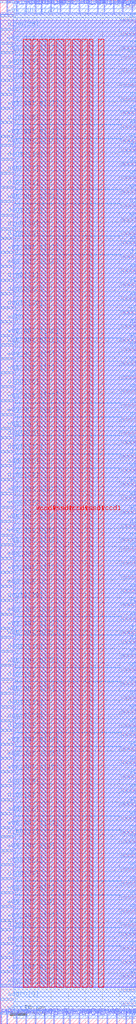
<source format=lef>
VERSION 5.7 ;
  NOWIREEXTENSIONATPIN ON ;
  DIVIDERCHAR "/" ;
  BUSBITCHARS "[]" ;
MACRO wb_openram_wrapper
  CLASS BLOCK ;
  FOREIGN wb_openram_wrapper ;
  ORIGIN 0.000 0.000 ;
  SIZE 40.000 BY 300.000 ;
  PIN addr0[0]
    DIRECTION OUTPUT TRISTATE ;
    USE SIGNAL ;
    PORT
      LAYER met3 ;
        RECT 0.000 6.840 4.000 7.440 ;
    END
  END addr0[0]
  PIN addr0[1]
    DIRECTION OUTPUT TRISTATE ;
    USE SIGNAL ;
    PORT
      LAYER met3 ;
        RECT 0.000 248.920 4.000 249.520 ;
    END
  END addr0[1]
  PIN addr0[2]
    DIRECTION OUTPUT TRISTATE ;
    USE SIGNAL ;
    PORT
      LAYER met3 ;
        RECT 0.000 61.240 4.000 61.840 ;
    END
  END addr0[2]
  PIN addr0[3]
    DIRECTION OUTPUT TRISTATE ;
    USE SIGNAL ;
    PORT
      LAYER met3 ;
        RECT 0.000 280.200 4.000 280.800 ;
    END
  END addr0[3]
  PIN addr0[4]
    DIRECTION OUTPUT TRISTATE ;
    USE SIGNAL ;
    PORT
      LAYER met3 ;
        RECT 36.000 293.800 40.000 294.400 ;
    END
  END addr0[4]
  PIN addr0[5]
    DIRECTION OUTPUT TRISTATE ;
    USE SIGNAL ;
    PORT
      LAYER met2 ;
        RECT 38.730 296.000 39.010 300.000 ;
    END
  END addr0[5]
  PIN addr0[6]
    DIRECTION OUTPUT TRISTATE ;
    USE SIGNAL ;
    PORT
      LAYER met3 ;
        RECT 0.000 163.240 4.000 163.840 ;
    END
  END addr0[6]
  PIN addr0[7]
    DIRECTION OUTPUT TRISTATE ;
    USE SIGNAL ;
    PORT
      LAYER met3 ;
        RECT 36.000 25.880 40.000 26.480 ;
    END
  END addr0[7]
  PIN clk0
    DIRECTION OUTPUT TRISTATE ;
    USE SIGNAL ;
    PORT
      LAYER met2 ;
        RECT 14.810 296.000 15.090 300.000 ;
    END
  END clk0
  PIN csb0
    DIRECTION OUTPUT TRISTATE ;
    USE SIGNAL ;
    PORT
      LAYER met3 ;
        RECT 36.000 55.800 40.000 56.400 ;
    END
  END csb0
  PIN din0[0]
    DIRECTION INPUT ;
    USE SIGNAL ;
    PORT
      LAYER met2 ;
        RECT 28.610 0.000 28.890 4.000 ;
    END
  END din0[0]
  PIN din0[10]
    DIRECTION INPUT ;
    USE SIGNAL ;
    PORT
      LAYER met3 ;
        RECT 36.000 84.360 40.000 84.960 ;
    END
  END din0[10]
  PIN din0[11]
    DIRECTION INPUT ;
    USE SIGNAL ;
    PORT
      LAYER met3 ;
        RECT 0.000 54.440 4.000 55.040 ;
    END
  END din0[11]
  PIN din0[12]
    DIRECTION INPUT ;
    USE SIGNAL ;
    PORT
      LAYER met3 ;
        RECT 36.000 224.440 40.000 225.040 ;
    END
  END din0[12]
  PIN din0[13]
    DIRECTION INPUT ;
    USE SIGNAL ;
    PORT
      LAYER met2 ;
        RECT 10.210 0.000 10.490 4.000 ;
    END
  END din0[13]
  PIN din0[14]
    DIRECTION INPUT ;
    USE SIGNAL ;
    PORT
      LAYER met3 ;
        RECT 0.000 276.120 4.000 276.720 ;
    END
  END din0[14]
  PIN din0[15]
    DIRECTION INPUT ;
    USE SIGNAL ;
    PORT
      LAYER met3 ;
        RECT 0.000 229.880 4.000 230.480 ;
    END
  END din0[15]
  PIN din0[16]
    DIRECTION INPUT ;
    USE SIGNAL ;
    PORT
      LAYER met3 ;
        RECT 0.000 186.360 4.000 186.960 ;
    END
  END din0[16]
  PIN din0[17]
    DIRECTION INPUT ;
    USE SIGNAL ;
    PORT
      LAYER met2 ;
        RECT 28.610 296.000 28.890 300.000 ;
    END
  END din0[17]
  PIN din0[18]
    DIRECTION INPUT ;
    USE SIGNAL ;
    PORT
      LAYER met3 ;
        RECT 0.000 263.880 4.000 264.480 ;
    END
  END din0[18]
  PIN din0[19]
    DIRECTION INPUT ;
    USE SIGNAL ;
    PORT
      LAYER met3 ;
        RECT 36.000 239.400 40.000 240.000 ;
    END
  END din0[19]
  PIN din0[1]
    DIRECTION INPUT ;
    USE SIGNAL ;
    PORT
      LAYER met3 ;
        RECT 0.000 85.720 4.000 86.320 ;
    END
  END din0[1]
  PIN din0[20]
    DIRECTION INPUT ;
    USE SIGNAL ;
    PORT
      LAYER met3 ;
        RECT 36.000 145.560 40.000 146.160 ;
    END
  END din0[20]
  PIN din0[21]
    DIRECTION INPUT ;
    USE SIGNAL ;
    PORT
      LAYER met3 ;
        RECT 0.000 244.840 4.000 245.440 ;
    END
  END din0[21]
  PIN din0[22]
    DIRECTION INPUT ;
    USE SIGNAL ;
    PORT
      LAYER met3 ;
        RECT 36.000 165.960 40.000 166.560 ;
    END
  END din0[22]
  PIN din0[23]
    DIRECTION INPUT ;
    USE SIGNAL ;
    PORT
      LAYER met3 ;
        RECT 36.000 28.600 40.000 29.200 ;
    END
  END din0[23]
  PIN din0[24]
    DIRECTION INPUT ;
    USE SIGNAL ;
    PORT
      LAYER met3 ;
        RECT 0.000 159.160 4.000 159.760 ;
    END
  END din0[24]
  PIN din0[25]
    DIRECTION INPUT ;
    USE SIGNAL ;
    PORT
      LAYER met3 ;
        RECT 36.000 285.640 40.000 286.240 ;
    END
  END din0[25]
  PIN din0[26]
    DIRECTION INPUT ;
    USE SIGNAL ;
    PORT
      LAYER met3 ;
        RECT 0.000 291.080 4.000 291.680 ;
    END
  END din0[26]
  PIN din0[27]
    DIRECTION INPUT ;
    USE SIGNAL ;
    PORT
      LAYER met3 ;
        RECT 0.000 42.200 4.000 42.800 ;
    END
  END din0[27]
  PIN din0[28]
    DIRECTION INPUT ;
    USE SIGNAL ;
    PORT
      LAYER met3 ;
        RECT 36.000 270.680 40.000 271.280 ;
    END
  END din0[28]
  PIN din0[29]
    DIRECTION INPUT ;
    USE SIGNAL ;
    PORT
      LAYER met3 ;
        RECT 36.000 114.280 40.000 114.880 ;
    END
  END din0[29]
  PIN din0[2]
    DIRECTION INPUT ;
    USE SIGNAL ;
    PORT
      LAYER met3 ;
        RECT 36.000 111.560 40.000 112.160 ;
    END
  END din0[2]
  PIN din0[30]
    DIRECTION INPUT ;
    USE SIGNAL ;
    PORT
      LAYER met3 ;
        RECT 0.000 232.600 4.000 233.200 ;
    END
  END din0[30]
  PIN din0[31]
    DIRECTION INPUT ;
    USE SIGNAL ;
    PORT
      LAYER met3 ;
        RECT 0.000 217.640 4.000 218.240 ;
    END
  END din0[31]
  PIN din0[3]
    DIRECTION INPUT ;
    USE SIGNAL ;
    PORT
      LAYER met3 ;
        RECT 0.000 65.320 4.000 65.920 ;
    END
  END din0[3]
  PIN din0[4]
    DIRECTION INPUT ;
    USE SIGNAL ;
    PORT
      LAYER met3 ;
        RECT 0.000 27.240 4.000 27.840 ;
    END
  END din0[4]
  PIN din0[5]
    DIRECTION INPUT ;
    USE SIGNAL ;
    PORT
      LAYER met3 ;
        RECT 36.000 141.480 40.000 142.080 ;
    END
  END din0[5]
  PIN din0[6]
    DIRECTION INPUT ;
    USE SIGNAL ;
    PORT
      LAYER met3 ;
        RECT 0.000 100.680 4.000 101.280 ;
    END
  END din0[6]
  PIN din0[7]
    DIRECTION INPUT ;
    USE SIGNAL ;
    PORT
      LAYER met3 ;
        RECT 36.000 172.760 40.000 173.360 ;
    END
  END din0[7]
  PIN din0[8]
    DIRECTION INPUT ;
    USE SIGNAL ;
    PORT
      LAYER met2 ;
        RECT 12.050 296.000 12.330 300.000 ;
    END
  END din0[8]
  PIN din0[9]
    DIRECTION INPUT ;
    USE SIGNAL ;
    PORT
      LAYER met2 ;
        RECT 10.210 296.000 10.490 300.000 ;
    END
  END din0[9]
  PIN dout0[0]
    DIRECTION OUTPUT TRISTATE ;
    USE SIGNAL ;
    PORT
      LAYER met3 ;
        RECT 36.000 278.840 40.000 279.440 ;
    END
  END dout0[0]
  PIN dout0[10]
    DIRECTION OUTPUT TRISTATE ;
    USE SIGNAL ;
    PORT
      LAYER met2 ;
        RECT 35.970 296.000 36.250 300.000 ;
    END
  END dout0[10]
  PIN dout0[11]
    DIRECTION OUTPUT TRISTATE ;
    USE SIGNAL ;
    PORT
      LAYER met3 ;
        RECT 0.000 92.520 4.000 93.120 ;
    END
  END dout0[11]
  PIN dout0[12]
    DIRECTION OUTPUT TRISTATE ;
    USE SIGNAL ;
    PORT
      LAYER met3 ;
        RECT 0.000 167.320 4.000 167.920 ;
    END
  END dout0[12]
  PIN dout0[13]
    DIRECTION OUTPUT TRISTATE ;
    USE SIGNAL ;
    PORT
      LAYER met3 ;
        RECT 36.000 251.640 40.000 252.240 ;
    END
  END dout0[13]
  PIN dout0[14]
    DIRECTION OUTPUT TRISTATE ;
    USE SIGNAL ;
    PORT
      LAYER met3 ;
        RECT 0.000 108.840 4.000 109.440 ;
    END
  END dout0[14]
  PIN dout0[15]
    DIRECTION OUTPUT TRISTATE ;
    USE SIGNAL ;
    PORT
      LAYER met3 ;
        RECT 36.000 204.040 40.000 204.640 ;
    END
  END dout0[15]
  PIN dout0[16]
    DIRECTION OUTPUT TRISTATE ;
    USE SIGNAL ;
    PORT
      LAYER met2 ;
        RECT 20.330 0.000 20.610 4.000 ;
    END
  END dout0[16]
  PIN dout0[17]
    DIRECTION OUTPUT TRISTATE ;
    USE SIGNAL ;
    PORT
      LAYER met3 ;
        RECT 36.000 95.240 40.000 95.840 ;
    END
  END dout0[17]
  PIN dout0[18]
    DIRECTION OUTPUT TRISTATE ;
    USE SIGNAL ;
    PORT
      LAYER met2 ;
        RECT 38.730 0.000 39.010 4.000 ;
    END
  END dout0[18]
  PIN dout0[19]
    DIRECTION OUTPUT TRISTATE ;
    USE SIGNAL ;
    PORT
      LAYER met3 ;
        RECT 0.000 253.000 4.000 253.600 ;
    END
  END dout0[19]
  PIN dout0[1]
    DIRECTION OUTPUT TRISTATE ;
    USE SIGNAL ;
    PORT
      LAYER met2 ;
        RECT 36.890 0.000 37.170 4.000 ;
    END
  END dout0[1]
  PIN dout0[20]
    DIRECTION OUTPUT TRISTATE ;
    USE SIGNAL ;
    PORT
      LAYER met3 ;
        RECT 36.000 53.080 40.000 53.680 ;
    END
  END dout0[20]
  PIN dout0[21]
    DIRECTION OUTPUT TRISTATE ;
    USE SIGNAL ;
    PORT
      LAYER met3 ;
        RECT 36.000 176.840 40.000 177.440 ;
    END
  END dout0[21]
  PIN dout0[22]
    DIRECTION OUTPUT TRISTATE ;
    USE SIGNAL ;
    PORT
      LAYER met3 ;
        RECT 36.000 274.760 40.000 275.360 ;
    END
  END dout0[22]
  PIN dout0[23]
    DIRECTION OUTPUT TRISTATE ;
    USE SIGNAL ;
    PORT
      LAYER met3 ;
        RECT 0.000 213.560 4.000 214.160 ;
    END
  END dout0[23]
  PIN dout0[24]
    DIRECTION OUTPUT TRISTATE ;
    USE SIGNAL ;
    PORT
      LAYER met3 ;
        RECT 36.000 197.240 40.000 197.840 ;
    END
  END dout0[24]
  PIN dout0[25]
    DIRECTION OUTPUT TRISTATE ;
    USE SIGNAL ;
    PORT
      LAYER met3 ;
        RECT 36.000 76.200 40.000 76.800 ;
    END
  END dout0[25]
  PIN dout0[26]
    DIRECTION OUTPUT TRISTATE ;
    USE SIGNAL ;
    PORT
      LAYER met3 ;
        RECT 0.000 209.480 4.000 210.080 ;
    END
  END dout0[26]
  PIN dout0[27]
    DIRECTION OUTPUT TRISTATE ;
    USE SIGNAL ;
    PORT
      LAYER met3 ;
        RECT 0.000 88.440 4.000 89.040 ;
    END
  END dout0[27]
  PIN dout0[28]
    DIRECTION OUTPUT TRISTATE ;
    USE SIGNAL ;
    PORT
      LAYER met3 ;
        RECT 0.000 123.800 4.000 124.400 ;
    END
  END dout0[28]
  PIN dout0[29]
    DIRECTION OUTPUT TRISTATE ;
    USE SIGNAL ;
    PORT
      LAYER met2 ;
        RECT 25.850 296.000 26.130 300.000 ;
    END
  END dout0[29]
  PIN dout0[2]
    DIRECTION OUTPUT TRISTATE ;
    USE SIGNAL ;
    PORT
      LAYER met2 ;
        RECT 30.450 296.000 30.730 300.000 ;
    END
  END dout0[2]
  PIN dout0[30]
    DIRECTION OUTPUT TRISTATE ;
    USE SIGNAL ;
    PORT
      LAYER met3 ;
        RECT 0.000 236.680 4.000 237.280 ;
    END
  END dout0[30]
  PIN dout0[31]
    DIRECTION OUTPUT TRISTATE ;
    USE SIGNAL ;
    PORT
      LAYER met3 ;
        RECT 36.000 21.800 40.000 22.400 ;
    END
  END dout0[31]
  PIN dout0[3]
    DIRECTION OUTPUT TRISTATE ;
    USE SIGNAL ;
    PORT
      LAYER met3 ;
        RECT 0.000 272.040 4.000 272.640 ;
    END
  END dout0[3]
  PIN dout0[4]
    DIRECTION OUTPUT TRISTATE ;
    USE SIGNAL ;
    PORT
      LAYER met2 ;
        RECT 20.330 296.000 20.610 300.000 ;
    END
  END dout0[4]
  PIN dout0[5]
    DIRECTION OUTPUT TRISTATE ;
    USE SIGNAL ;
    PORT
      LAYER met3 ;
        RECT 36.000 255.720 40.000 256.320 ;
    END
  END dout0[5]
  PIN dout0[6]
    DIRECTION OUTPUT TRISTATE ;
    USE SIGNAL ;
    PORT
      LAYER met2 ;
        RECT 34.130 0.000 34.410 4.000 ;
    END
  END dout0[6]
  PIN dout0[7]
    DIRECTION OUTPUT TRISTATE ;
    USE SIGNAL ;
    PORT
      LAYER met3 ;
        RECT 0.000 23.160 4.000 23.760 ;
    END
  END dout0[7]
  PIN dout0[8]
    DIRECTION OUTPUT TRISTATE ;
    USE SIGNAL ;
    PORT
      LAYER met3 ;
        RECT 0.000 171.400 4.000 172.000 ;
    END
  END dout0[8]
  PIN dout0[9]
    DIRECTION OUTPUT TRISTATE ;
    USE SIGNAL ;
    PORT
      LAYER met3 ;
        RECT 0.000 69.400 4.000 70.000 ;
    END
  END dout0[9]
  PIN vccd1
    DIRECTION INPUT ;
    USE POWER ;
    PORT
      LAYER met4 ;
        RECT 9.545 10.640 11.145 288.560 ;
    END
    PORT
      LAYER met4 ;
        RECT 19.195 10.640 20.795 288.560 ;
    END
    PORT
      LAYER met4 ;
        RECT 28.850 10.640 30.450 288.560 ;
    END
  END vccd1
  PIN vssd1
    DIRECTION INPUT ;
    USE GROUND ;
    PORT
      LAYER met4 ;
        RECT 14.370 10.640 15.970 288.560 ;
    END
    PORT
      LAYER met4 ;
        RECT 24.025 10.640 25.625 288.560 ;
    END
  END vssd1
  PIN wb_clk_i
    DIRECTION INPUT ;
    USE SIGNAL ;
    PORT
      LAYER met3 ;
        RECT 0.000 2.760 4.000 3.360 ;
    END
  END wb_clk_i
  PIN wb_rst_i
    DIRECTION INPUT ;
    USE SIGNAL ;
    PORT
      LAYER met3 ;
        RECT 36.000 153.720 40.000 154.320 ;
    END
  END wb_rst_i
  PIN wbs_ack_o
    DIRECTION OUTPUT TRISTATE ;
    USE SIGNAL ;
    PORT
      LAYER met3 ;
        RECT 0.000 127.880 4.000 128.480 ;
    END
  END wbs_ack_o
  PIN wbs_adr_i[0]
    DIRECTION INPUT ;
    USE SIGNAL ;
    PORT
      LAYER met3 ;
        RECT 0.000 96.600 4.000 97.200 ;
    END
  END wbs_adr_i[0]
  PIN wbs_adr_i[10]
    DIRECTION INPUT ;
    USE SIGNAL ;
    PORT
      LAYER met3 ;
        RECT 36.000 262.520 40.000 263.120 ;
    END
  END wbs_adr_i[10]
  PIN wbs_adr_i[11]
    DIRECTION INPUT ;
    USE SIGNAL ;
    PORT
      LAYER met3 ;
        RECT 36.000 59.880 40.000 60.480 ;
    END
  END wbs_adr_i[11]
  PIN wbs_adr_i[12]
    DIRECTION INPUT ;
    USE SIGNAL ;
    PORT
      LAYER met3 ;
        RECT 0.000 221.720 4.000 222.320 ;
    END
  END wbs_adr_i[12]
  PIN wbs_adr_i[13]
    DIRECTION INPUT ;
    USE SIGNAL ;
    PORT
      LAYER met3 ;
        RECT 36.000 80.280 40.000 80.880 ;
    END
  END wbs_adr_i[13]
  PIN wbs_adr_i[14]
    DIRECTION INPUT ;
    USE SIGNAL ;
    PORT
      LAYER met3 ;
        RECT 0.000 57.160 4.000 57.760 ;
    END
  END wbs_adr_i[14]
  PIN wbs_adr_i[15]
    DIRECTION INPUT ;
    USE SIGNAL ;
    PORT
      LAYER met3 ;
        RECT 36.000 212.200 40.000 212.800 ;
    END
  END wbs_adr_i[15]
  PIN wbs_adr_i[16]
    DIRECTION INPUT ;
    USE SIGNAL ;
    PORT
      LAYER met3 ;
        RECT 0.000 201.320 4.000 201.920 ;
    END
  END wbs_adr_i[16]
  PIN wbs_adr_i[17]
    DIRECTION INPUT ;
    USE SIGNAL ;
    PORT
      LAYER met2 ;
        RECT 4.690 0.000 4.970 4.000 ;
    END
  END wbs_adr_i[17]
  PIN wbs_adr_i[18]
    DIRECTION INPUT ;
    USE SIGNAL ;
    PORT
      LAYER met3 ;
        RECT 36.000 1.400 40.000 2.000 ;
    END
  END wbs_adr_i[18]
  PIN wbs_adr_i[19]
    DIRECTION INPUT ;
    USE SIGNAL ;
    PORT
      LAYER met3 ;
        RECT 36.000 130.600 40.000 131.200 ;
    END
  END wbs_adr_i[19]
  PIN wbs_adr_i[1]
    DIRECTION INPUT ;
    USE SIGNAL ;
    PORT
      LAYER met3 ;
        RECT 36.000 126.520 40.000 127.120 ;
    END
  END wbs_adr_i[1]
  PIN wbs_adr_i[20]
    DIRECTION INPUT ;
    USE SIGNAL ;
    PORT
      LAYER met3 ;
        RECT 36.000 9.560 40.000 10.160 ;
    END
  END wbs_adr_i[20]
  PIN wbs_adr_i[21]
    DIRECTION INPUT ;
    USE SIGNAL ;
    PORT
      LAYER met3 ;
        RECT 0.000 29.960 4.000 30.560 ;
    END
  END wbs_adr_i[21]
  PIN wbs_adr_i[22]
    DIRECTION INPUT ;
    USE SIGNAL ;
    PORT
      LAYER met3 ;
        RECT 36.000 91.160 40.000 91.760 ;
    END
  END wbs_adr_i[22]
  PIN wbs_adr_i[23]
    DIRECTION INPUT ;
    USE SIGNAL ;
    PORT
      LAYER met3 ;
        RECT 0.000 115.640 4.000 116.240 ;
    END
  END wbs_adr_i[23]
  PIN wbs_adr_i[24]
    DIRECTION INPUT ;
    USE SIGNAL ;
    PORT
      LAYER met3 ;
        RECT 36.000 216.280 40.000 216.880 ;
    END
  END wbs_adr_i[24]
  PIN wbs_adr_i[25]
    DIRECTION INPUT ;
    USE SIGNAL ;
    PORT
      LAYER met3 ;
        RECT 0.000 178.200 4.000 178.800 ;
    END
  END wbs_adr_i[25]
  PIN wbs_adr_i[26]
    DIRECTION INPUT ;
    USE SIGNAL ;
    PORT
      LAYER met2 ;
        RECT 23.090 296.000 23.370 300.000 ;
    END
  END wbs_adr_i[26]
  PIN wbs_adr_i[27]
    DIRECTION INPUT ;
    USE SIGNAL ;
    PORT
      LAYER met3 ;
        RECT 0.000 295.160 4.000 295.760 ;
    END
  END wbs_adr_i[27]
  PIN wbs_adr_i[28]
    DIRECTION INPUT ;
    USE SIGNAL ;
    PORT
      LAYER met3 ;
        RECT 36.000 87.080 40.000 87.680 ;
    END
  END wbs_adr_i[28]
  PIN wbs_adr_i[29]
    DIRECTION INPUT ;
    USE SIGNAL ;
    PORT
      LAYER met3 ;
        RECT 36.000 289.720 40.000 290.320 ;
    END
  END wbs_adr_i[29]
  PIN wbs_adr_i[2]
    DIRECTION INPUT ;
    USE SIGNAL ;
    PORT
      LAYER met3 ;
        RECT 0.000 10.920 4.000 11.520 ;
    END
  END wbs_adr_i[2]
  PIN wbs_adr_i[30]
    DIRECTION INPUT ;
    USE SIGNAL ;
    PORT
      LAYER met3 ;
        RECT 0.000 146.920 4.000 147.520 ;
    END
  END wbs_adr_i[30]
  PIN wbs_adr_i[31]
    DIRECTION INPUT ;
    USE SIGNAL ;
    PORT
      LAYER met3 ;
        RECT 0.000 240.760 4.000 241.360 ;
    END
  END wbs_adr_i[31]
  PIN wbs_adr_i[3]
    DIRECTION INPUT ;
    USE SIGNAL ;
    PORT
      LAYER met3 ;
        RECT 36.000 138.760 40.000 139.360 ;
    END
  END wbs_adr_i[3]
  PIN wbs_adr_i[4]
    DIRECTION INPUT ;
    USE SIGNAL ;
    PORT
      LAYER met3 ;
        RECT 36.000 185.000 40.000 185.600 ;
    END
  END wbs_adr_i[4]
  PIN wbs_adr_i[5]
    DIRECTION INPUT ;
    USE SIGNAL ;
    PORT
      LAYER met3 ;
        RECT 0.000 194.520 4.000 195.120 ;
    END
  END wbs_adr_i[5]
  PIN wbs_adr_i[6]
    DIRECTION INPUT ;
    USE SIGNAL ;
    PORT
      LAYER met3 ;
        RECT 36.000 220.360 40.000 220.960 ;
    END
  END wbs_adr_i[6]
  PIN wbs_adr_i[7]
    DIRECTION INPUT ;
    USE SIGNAL ;
    PORT
      LAYER met3 ;
        RECT 36.000 122.440 40.000 123.040 ;
    END
  END wbs_adr_i[7]
  PIN wbs_adr_i[8]
    DIRECTION INPUT ;
    USE SIGNAL ;
    PORT
      LAYER met3 ;
        RECT 0.000 19.080 4.000 19.680 ;
    END
  END wbs_adr_i[8]
  PIN wbs_adr_i[9]
    DIRECTION INPUT ;
    USE SIGNAL ;
    PORT
      LAYER met3 ;
        RECT 36.000 228.520 40.000 229.120 ;
    END
  END wbs_adr_i[9]
  PIN wbs_cyc_i
    DIRECTION INPUT ;
    USE SIGNAL ;
    PORT
      LAYER met3 ;
        RECT 36.000 36.760 40.000 37.360 ;
    END
  END wbs_cyc_i
  PIN wbs_dat_i[0]
    DIRECTION INPUT ;
    USE SIGNAL ;
    PORT
      LAYER met3 ;
        RECT 0.000 50.360 4.000 50.960 ;
    END
  END wbs_dat_i[0]
  PIN wbs_dat_i[10]
    DIRECTION INPUT ;
    USE SIGNAL ;
    PORT
      LAYER met3 ;
        RECT 0.000 257.080 4.000 257.680 ;
    END
  END wbs_dat_i[10]
  PIN wbs_dat_i[11]
    DIRECTION INPUT ;
    USE SIGNAL ;
    PORT
      LAYER met3 ;
        RECT 36.000 72.120 40.000 72.720 ;
    END
  END wbs_dat_i[11]
  PIN wbs_dat_i[12]
    DIRECTION INPUT ;
    USE SIGNAL ;
    PORT
      LAYER met3 ;
        RECT 36.000 107.480 40.000 108.080 ;
    END
  END wbs_dat_i[12]
  PIN wbs_dat_i[13]
    DIRECTION INPUT ;
    USE SIGNAL ;
    PORT
      LAYER met3 ;
        RECT 0.000 131.960 4.000 132.560 ;
    END
  END wbs_dat_i[13]
  PIN wbs_dat_i[14]
    DIRECTION INPUT ;
    USE SIGNAL ;
    PORT
      LAYER met3 ;
        RECT 36.000 193.160 40.000 193.760 ;
    END
  END wbs_dat_i[14]
  PIN wbs_dat_i[15]
    DIRECTION INPUT ;
    USE SIGNAL ;
    PORT
      LAYER met3 ;
        RECT 0.000 73.480 4.000 74.080 ;
    END
  END wbs_dat_i[15]
  PIN wbs_dat_i[16]
    DIRECTION INPUT ;
    USE SIGNAL ;
    PORT
      LAYER met3 ;
        RECT 0.000 287.000 4.000 287.600 ;
    END
  END wbs_dat_i[16]
  PIN wbs_dat_i[17]
    DIRECTION INPUT ;
    USE SIGNAL ;
    PORT
      LAYER met3 ;
        RECT 0.000 284.280 4.000 284.880 ;
    END
  END wbs_dat_i[17]
  PIN wbs_dat_i[18]
    DIRECTION INPUT ;
    USE SIGNAL ;
    PORT
      LAYER met3 ;
        RECT 0.000 140.120 4.000 140.720 ;
    END
  END wbs_dat_i[18]
  PIN wbs_dat_i[19]
    DIRECTION INPUT ;
    USE SIGNAL ;
    PORT
      LAYER met2 ;
        RECT 18.490 0.000 18.770 4.000 ;
    END
  END wbs_dat_i[19]
  PIN wbs_dat_i[1]
    DIRECTION INPUT ;
    USE SIGNAL ;
    PORT
      LAYER met3 ;
        RECT 36.000 149.640 40.000 150.240 ;
    END
  END wbs_dat_i[1]
  PIN wbs_dat_i[20]
    DIRECTION INPUT ;
    USE SIGNAL ;
    PORT
      LAYER met3 ;
        RECT 36.000 17.720 40.000 18.320 ;
    END
  END wbs_dat_i[20]
  PIN wbs_dat_i[21]
    DIRECTION INPUT ;
    USE SIGNAL ;
    PORT
      LAYER met3 ;
        RECT 36.000 266.600 40.000 267.200 ;
    END
  END wbs_dat_i[21]
  PIN wbs_dat_i[22]
    DIRECTION INPUT ;
    USE SIGNAL ;
    PORT
      LAYER met3 ;
        RECT 36.000 231.240 40.000 231.840 ;
    END
  END wbs_dat_i[22]
  PIN wbs_dat_i[23]
    DIRECTION INPUT ;
    USE SIGNAL ;
    PORT
      LAYER met3 ;
        RECT 0.000 77.560 4.000 78.160 ;
    END
  END wbs_dat_i[23]
  PIN wbs_dat_i[24]
    DIRECTION INPUT ;
    USE SIGNAL ;
    PORT
      LAYER met2 ;
        RECT 12.970 0.000 13.250 4.000 ;
    END
  END wbs_dat_i[24]
  PIN wbs_dat_i[25]
    DIRECTION INPUT ;
    USE SIGNAL ;
    PORT
      LAYER met3 ;
        RECT 36.000 170.040 40.000 170.640 ;
    END
  END wbs_dat_i[25]
  PIN wbs_dat_i[26]
    DIRECTION INPUT ;
    USE SIGNAL ;
    PORT
      LAYER met3 ;
        RECT 0.000 155.080 4.000 155.680 ;
    END
  END wbs_dat_i[26]
  PIN wbs_dat_i[27]
    DIRECTION INPUT ;
    USE SIGNAL ;
    PORT
      LAYER met3 ;
        RECT 0.000 225.800 4.000 226.400 ;
    END
  END wbs_dat_i[27]
  PIN wbs_dat_i[28]
    DIRECTION INPUT ;
    USE SIGNAL ;
    PORT
      LAYER met3 ;
        RECT 36.000 199.960 40.000 200.560 ;
    END
  END wbs_dat_i[28]
  PIN wbs_dat_i[29]
    DIRECTION INPUT ;
    USE SIGNAL ;
    PORT
      LAYER met3 ;
        RECT 0.000 182.280 4.000 182.880 ;
    END
  END wbs_dat_i[29]
  PIN wbs_dat_i[2]
    DIRECTION INPUT ;
    USE SIGNAL ;
    PORT
      LAYER met3 ;
        RECT 36.000 40.840 40.000 41.440 ;
    END
  END wbs_dat_i[2]
  PIN wbs_dat_i[30]
    DIRECTION INPUT ;
    USE SIGNAL ;
    PORT
      LAYER met3 ;
        RECT 36.000 258.440 40.000 259.040 ;
    END
  END wbs_dat_i[30]
  PIN wbs_dat_i[31]
    DIRECTION INPUT ;
    USE SIGNAL ;
    PORT
      LAYER met2 ;
        RECT 7.450 296.000 7.730 300.000 ;
    END
  END wbs_dat_i[31]
  PIN wbs_dat_i[3]
    DIRECTION INPUT ;
    USE SIGNAL ;
    PORT
      LAYER met2 ;
        RECT 31.370 0.000 31.650 4.000 ;
    END
  END wbs_dat_i[3]
  PIN wbs_dat_i[4]
    DIRECTION INPUT ;
    USE SIGNAL ;
    PORT
      LAYER met3 ;
        RECT 36.000 180.920 40.000 181.520 ;
    END
  END wbs_dat_i[4]
  PIN wbs_dat_i[5]
    DIRECTION INPUT ;
    USE SIGNAL ;
    PORT
      LAYER met3 ;
        RECT 36.000 63.960 40.000 64.560 ;
    END
  END wbs_dat_i[5]
  PIN wbs_dat_i[6]
    DIRECTION INPUT ;
    USE SIGNAL ;
    PORT
      LAYER met3 ;
        RECT 36.000 134.680 40.000 135.280 ;
    END
  END wbs_dat_i[6]
  PIN wbs_dat_i[7]
    DIRECTION INPUT ;
    USE SIGNAL ;
    PORT
      LAYER met3 ;
        RECT 0.000 190.440 4.000 191.040 ;
    END
  END wbs_dat_i[7]
  PIN wbs_dat_i[8]
    DIRECTION INPUT ;
    USE SIGNAL ;
    PORT
      LAYER met3 ;
        RECT 36.000 99.320 40.000 99.920 ;
    END
  END wbs_dat_i[8]
  PIN wbs_dat_i[9]
    DIRECTION INPUT ;
    USE SIGNAL ;
    PORT
      LAYER met2 ;
        RECT 15.730 0.000 16.010 4.000 ;
    END
  END wbs_dat_i[9]
  PIN wbs_dat_o[0]
    DIRECTION OUTPUT TRISTATE ;
    USE SIGNAL ;
    PORT
      LAYER met3 ;
        RECT 36.000 13.640 40.000 14.240 ;
    END
  END wbs_dat_o[0]
  PIN wbs_dat_o[10]
    DIRECTION OUTPUT TRISTATE ;
    USE SIGNAL ;
    PORT
      LAYER met3 ;
        RECT 36.000 161.880 40.000 162.480 ;
    END
  END wbs_dat_o[10]
  PIN wbs_dat_o[11]
    DIRECTION OUTPUT TRISTATE ;
    USE SIGNAL ;
    PORT
      LAYER met3 ;
        RECT 36.000 282.920 40.000 283.520 ;
    END
  END wbs_dat_o[11]
  PIN wbs_dat_o[12]
    DIRECTION OUTPUT TRISTATE ;
    USE SIGNAL ;
    PORT
      LAYER met3 ;
        RECT 36.000 235.320 40.000 235.920 ;
    END
  END wbs_dat_o[12]
  PIN wbs_dat_o[13]
    DIRECTION OUTPUT TRISTATE ;
    USE SIGNAL ;
    PORT
      LAYER met3 ;
        RECT 36.000 103.400 40.000 104.000 ;
    END
  END wbs_dat_o[13]
  PIN wbs_dat_o[14]
    DIRECTION OUTPUT TRISTATE ;
    USE SIGNAL ;
    PORT
      LAYER met3 ;
        RECT 0.000 81.640 4.000 82.240 ;
    END
  END wbs_dat_o[14]
  PIN wbs_dat_o[15]
    DIRECTION OUTPUT TRISTATE ;
    USE SIGNAL ;
    PORT
      LAYER met3 ;
        RECT 36.000 189.080 40.000 189.680 ;
    END
  END wbs_dat_o[15]
  PIN wbs_dat_o[16]
    DIRECTION OUTPUT TRISTATE ;
    USE SIGNAL ;
    PORT
      LAYER met2 ;
        RECT 1.930 0.000 2.210 4.000 ;
    END
  END wbs_dat_o[16]
  PIN wbs_dat_o[17]
    DIRECTION OUTPUT TRISTATE ;
    USE SIGNAL ;
    PORT
      LAYER met3 ;
        RECT 36.000 247.560 40.000 248.160 ;
    END
  END wbs_dat_o[17]
  PIN wbs_dat_o[18]
    DIRECTION OUTPUT TRISTATE ;
    USE SIGNAL ;
    PORT
      LAYER met3 ;
        RECT 36.000 297.880 40.000 298.480 ;
    END
  END wbs_dat_o[18]
  PIN wbs_dat_o[19]
    DIRECTION OUTPUT TRISTATE ;
    USE SIGNAL ;
    PORT
      LAYER met3 ;
        RECT 36.000 118.360 40.000 118.960 ;
    END
  END wbs_dat_o[19]
  PIN wbs_dat_o[1]
    DIRECTION OUTPUT TRISTATE ;
    USE SIGNAL ;
    PORT
      LAYER met2 ;
        RECT 33.210 296.000 33.490 300.000 ;
    END
  END wbs_dat_o[1]
  PIN wbs_dat_o[20]
    DIRECTION OUTPUT TRISTATE ;
    USE SIGNAL ;
    PORT
      LAYER met3 ;
        RECT 0.000 112.920 4.000 113.520 ;
    END
  END wbs_dat_o[20]
  PIN wbs_dat_o[21]
    DIRECTION OUTPUT TRISTATE ;
    USE SIGNAL ;
    PORT
      LAYER met3 ;
        RECT 0.000 119.720 4.000 120.320 ;
    END
  END wbs_dat_o[21]
  PIN wbs_dat_o[22]
    DIRECTION OUTPUT TRISTATE ;
    USE SIGNAL ;
    PORT
      LAYER met3 ;
        RECT 36.000 49.000 40.000 49.600 ;
    END
  END wbs_dat_o[22]
  PIN wbs_dat_o[23]
    DIRECTION OUTPUT TRISTATE ;
    USE SIGNAL ;
    PORT
      LAYER met2 ;
        RECT 0.090 0.000 0.370 4.000 ;
    END
  END wbs_dat_o[23]
  PIN wbs_dat_o[24]
    DIRECTION OUTPUT TRISTATE ;
    USE SIGNAL ;
    PORT
      LAYER met3 ;
        RECT 0.000 15.000 4.000 15.600 ;
    END
  END wbs_dat_o[24]
  PIN wbs_dat_o[25]
    DIRECTION OUTPUT TRISTATE ;
    USE SIGNAL ;
    PORT
      LAYER met3 ;
        RECT 0.000 136.040 4.000 136.640 ;
    END
  END wbs_dat_o[25]
  PIN wbs_dat_o[26]
    DIRECTION OUTPUT TRISTATE ;
    USE SIGNAL ;
    PORT
      LAYER met3 ;
        RECT 0.000 198.600 4.000 199.200 ;
    END
  END wbs_dat_o[26]
  PIN wbs_dat_o[27]
    DIRECTION OUTPUT TRISTATE ;
    USE SIGNAL ;
    PORT
      LAYER met3 ;
        RECT 0.000 267.960 4.000 268.560 ;
    END
  END wbs_dat_o[27]
  PIN wbs_dat_o[28]
    DIRECTION OUTPUT TRISTATE ;
    USE SIGNAL ;
    PORT
      LAYER met3 ;
        RECT 0.000 104.760 4.000 105.360 ;
    END
  END wbs_dat_o[28]
  PIN wbs_dat_o[29]
    DIRECTION OUTPUT TRISTATE ;
    USE SIGNAL ;
    PORT
      LAYER met2 ;
        RECT 23.090 0.000 23.370 4.000 ;
    END
  END wbs_dat_o[29]
  PIN wbs_dat_o[2]
    DIRECTION OUTPUT TRISTATE ;
    USE SIGNAL ;
    PORT
      LAYER met2 ;
        RECT 7.450 0.000 7.730 4.000 ;
    END
  END wbs_dat_o[2]
  PIN wbs_dat_o[30]
    DIRECTION OUTPUT TRISTATE ;
    USE SIGNAL ;
    PORT
      LAYER met3 ;
        RECT 0.000 299.240 4.000 299.840 ;
    END
  END wbs_dat_o[30]
  PIN wbs_dat_o[31]
    DIRECTION OUTPUT TRISTATE ;
    USE SIGNAL ;
    PORT
      LAYER met3 ;
        RECT 0.000 259.800 4.000 260.400 ;
    END
  END wbs_dat_o[31]
  PIN wbs_dat_o[3]
    DIRECTION OUTPUT TRISTATE ;
    USE SIGNAL ;
    PORT
      LAYER met3 ;
        RECT 36.000 32.680 40.000 33.280 ;
    END
  END wbs_dat_o[3]
  PIN wbs_dat_o[4]
    DIRECTION OUTPUT TRISTATE ;
    USE SIGNAL ;
    PORT
      LAYER met2 ;
        RECT 17.570 296.000 17.850 300.000 ;
    END
  END wbs_dat_o[4]
  PIN wbs_dat_o[5]
    DIRECTION OUTPUT TRISTATE ;
    USE SIGNAL ;
    PORT
      LAYER met3 ;
        RECT 36.000 157.800 40.000 158.400 ;
    END
  END wbs_dat_o[5]
  PIN wbs_dat_o[6]
    DIRECTION OUTPUT TRISTATE ;
    USE SIGNAL ;
    PORT
      LAYER met3 ;
        RECT 0.000 142.840 4.000 143.440 ;
    END
  END wbs_dat_o[6]
  PIN wbs_dat_o[7]
    DIRECTION OUTPUT TRISTATE ;
    USE SIGNAL ;
    PORT
      LAYER met3 ;
        RECT 0.000 38.120 4.000 38.720 ;
    END
  END wbs_dat_o[7]
  PIN wbs_dat_o[8]
    DIRECTION OUTPUT TRISTATE ;
    USE SIGNAL ;
    PORT
      LAYER met2 ;
        RECT 25.850 0.000 26.130 4.000 ;
    END
  END wbs_dat_o[8]
  PIN wbs_dat_o[9]
    DIRECTION OUTPUT TRISTATE ;
    USE SIGNAL ;
    PORT
      LAYER met3 ;
        RECT 36.000 5.480 40.000 6.080 ;
    END
  END wbs_dat_o[9]
  PIN wbs_sel_i[0]
    DIRECTION INPUT ;
    USE SIGNAL ;
    PORT
      LAYER met3 ;
        RECT 0.000 34.040 4.000 34.640 ;
    END
  END wbs_sel_i[0]
  PIN wbs_sel_i[1]
    DIRECTION INPUT ;
    USE SIGNAL ;
    PORT
      LAYER met3 ;
        RECT 36.000 243.480 40.000 244.080 ;
    END
  END wbs_sel_i[1]
  PIN wbs_sel_i[2]
    DIRECTION INPUT ;
    USE SIGNAL ;
    PORT
      LAYER met3 ;
        RECT 36.000 44.920 40.000 45.520 ;
    END
  END wbs_sel_i[2]
  PIN wbs_sel_i[3]
    DIRECTION INPUT ;
    USE SIGNAL ;
    PORT
      LAYER met2 ;
        RECT 4.690 296.000 4.970 300.000 ;
    END
  END wbs_sel_i[3]
  PIN wbs_stb_i
    DIRECTION INPUT ;
    USE SIGNAL ;
    PORT
      LAYER met2 ;
        RECT 1.930 296.000 2.210 300.000 ;
    END
  END wbs_stb_i
  PIN wbs_we_i
    DIRECTION INPUT ;
    USE SIGNAL ;
    PORT
      LAYER met3 ;
        RECT 0.000 174.120 4.000 174.720 ;
    END
  END wbs_we_i
  PIN web0
    DIRECTION OUTPUT TRISTATE ;
    USE SIGNAL ;
    PORT
      LAYER met3 ;
        RECT 0.000 205.400 4.000 206.000 ;
    END
  END web0
  PIN wmask0[0]
    DIRECTION OUTPUT TRISTATE ;
    USE SIGNAL ;
    PORT
      LAYER met3 ;
        RECT 36.000 68.040 40.000 68.640 ;
    END
  END wmask0[0]
  PIN wmask0[1]
    DIRECTION OUTPUT TRISTATE ;
    USE SIGNAL ;
    PORT
      LAYER met3 ;
        RECT 0.000 46.280 4.000 46.880 ;
    END
  END wmask0[1]
  PIN wmask0[2]
    DIRECTION OUTPUT TRISTATE ;
    USE SIGNAL ;
    PORT
      LAYER met3 ;
        RECT 0.000 151.000 4.000 151.600 ;
    END
  END wmask0[2]
  PIN wmask0[3]
    DIRECTION OUTPUT TRISTATE ;
    USE SIGNAL ;
    PORT
      LAYER met3 ;
        RECT 36.000 208.120 40.000 208.720 ;
    END
  END wmask0[3]
  OBS
      LAYER li1 ;
        RECT 3.825 10.795 39.875 294.015 ;
      LAYER met1 ;
        RECT 0.070 10.640 39.950 294.060 ;
      LAYER met2 ;
        RECT 0.100 295.720 1.650 296.210 ;
        RECT 2.490 295.720 4.410 296.210 ;
        RECT 5.250 295.720 7.170 296.210 ;
        RECT 8.010 295.720 9.930 296.210 ;
        RECT 10.770 295.720 11.770 296.210 ;
        RECT 12.610 295.720 14.530 296.210 ;
        RECT 15.370 295.720 17.290 296.210 ;
        RECT 18.130 295.720 20.050 296.210 ;
        RECT 20.890 295.720 22.810 296.210 ;
        RECT 23.650 295.720 25.570 296.210 ;
        RECT 26.410 295.720 28.330 296.210 ;
        RECT 29.170 295.720 30.170 296.210 ;
        RECT 31.010 295.720 32.930 296.210 ;
        RECT 33.770 295.720 35.690 296.210 ;
        RECT 36.530 295.720 38.450 296.210 ;
        RECT 39.290 295.720 39.930 296.210 ;
        RECT 0.100 4.280 39.930 295.720 ;
        RECT 0.650 3.670 1.650 4.280 ;
        RECT 2.490 3.670 4.410 4.280 ;
        RECT 5.250 3.670 7.170 4.280 ;
        RECT 8.010 3.670 9.930 4.280 ;
        RECT 10.770 3.670 12.690 4.280 ;
        RECT 13.530 3.670 15.450 4.280 ;
        RECT 16.290 3.670 18.210 4.280 ;
        RECT 19.050 3.670 20.050 4.280 ;
        RECT 20.890 3.670 22.810 4.280 ;
        RECT 23.650 3.670 25.570 4.280 ;
        RECT 26.410 3.670 28.330 4.280 ;
        RECT 29.170 3.670 31.090 4.280 ;
        RECT 31.930 3.670 33.850 4.280 ;
        RECT 34.690 3.670 36.610 4.280 ;
        RECT 37.450 3.670 38.450 4.280 ;
        RECT 39.290 3.670 39.930 4.280 ;
      LAYER met3 ;
        RECT 4.400 298.880 39.955 299.690 ;
        RECT 4.400 298.840 35.600 298.880 ;
        RECT 4.000 297.480 35.600 298.840 ;
        RECT 4.000 296.160 39.955 297.480 ;
        RECT 4.400 294.800 39.955 296.160 ;
        RECT 4.400 294.760 35.600 294.800 ;
        RECT 4.000 293.400 35.600 294.760 ;
        RECT 4.000 292.080 39.955 293.400 ;
        RECT 4.400 290.720 39.955 292.080 ;
        RECT 4.400 290.680 35.600 290.720 ;
        RECT 4.000 289.320 35.600 290.680 ;
        RECT 4.000 288.000 39.955 289.320 ;
        RECT 4.400 286.640 39.955 288.000 ;
        RECT 4.400 286.600 35.600 286.640 ;
        RECT 4.000 285.280 35.600 286.600 ;
        RECT 4.400 285.240 35.600 285.280 ;
        RECT 4.400 283.920 39.955 285.240 ;
        RECT 4.400 283.880 35.600 283.920 ;
        RECT 4.000 282.520 35.600 283.880 ;
        RECT 4.000 281.200 39.955 282.520 ;
        RECT 4.400 279.840 39.955 281.200 ;
        RECT 4.400 279.800 35.600 279.840 ;
        RECT 4.000 278.440 35.600 279.800 ;
        RECT 4.000 277.120 39.955 278.440 ;
        RECT 4.400 275.760 39.955 277.120 ;
        RECT 4.400 275.720 35.600 275.760 ;
        RECT 4.000 274.360 35.600 275.720 ;
        RECT 4.000 273.040 39.955 274.360 ;
        RECT 4.400 271.680 39.955 273.040 ;
        RECT 4.400 271.640 35.600 271.680 ;
        RECT 4.000 270.280 35.600 271.640 ;
        RECT 4.000 268.960 39.955 270.280 ;
        RECT 4.400 267.600 39.955 268.960 ;
        RECT 4.400 267.560 35.600 267.600 ;
        RECT 4.000 266.200 35.600 267.560 ;
        RECT 4.000 264.880 39.955 266.200 ;
        RECT 4.400 263.520 39.955 264.880 ;
        RECT 4.400 263.480 35.600 263.520 ;
        RECT 4.000 262.120 35.600 263.480 ;
        RECT 4.000 260.800 39.955 262.120 ;
        RECT 4.400 259.440 39.955 260.800 ;
        RECT 4.400 259.400 35.600 259.440 ;
        RECT 4.000 258.080 35.600 259.400 ;
        RECT 4.400 258.040 35.600 258.080 ;
        RECT 4.400 256.720 39.955 258.040 ;
        RECT 4.400 256.680 35.600 256.720 ;
        RECT 4.000 255.320 35.600 256.680 ;
        RECT 4.000 254.000 39.955 255.320 ;
        RECT 4.400 252.640 39.955 254.000 ;
        RECT 4.400 252.600 35.600 252.640 ;
        RECT 4.000 251.240 35.600 252.600 ;
        RECT 4.000 249.920 39.955 251.240 ;
        RECT 4.400 248.560 39.955 249.920 ;
        RECT 4.400 248.520 35.600 248.560 ;
        RECT 4.000 247.160 35.600 248.520 ;
        RECT 4.000 245.840 39.955 247.160 ;
        RECT 4.400 244.480 39.955 245.840 ;
        RECT 4.400 244.440 35.600 244.480 ;
        RECT 4.000 243.080 35.600 244.440 ;
        RECT 4.000 241.760 39.955 243.080 ;
        RECT 4.400 240.400 39.955 241.760 ;
        RECT 4.400 240.360 35.600 240.400 ;
        RECT 4.000 239.000 35.600 240.360 ;
        RECT 4.000 237.680 39.955 239.000 ;
        RECT 4.400 236.320 39.955 237.680 ;
        RECT 4.400 236.280 35.600 236.320 ;
        RECT 4.000 234.920 35.600 236.280 ;
        RECT 4.000 233.600 39.955 234.920 ;
        RECT 4.400 232.240 39.955 233.600 ;
        RECT 4.400 232.200 35.600 232.240 ;
        RECT 4.000 230.880 35.600 232.200 ;
        RECT 4.400 230.840 35.600 230.880 ;
        RECT 4.400 229.520 39.955 230.840 ;
        RECT 4.400 229.480 35.600 229.520 ;
        RECT 4.000 228.120 35.600 229.480 ;
        RECT 4.000 226.800 39.955 228.120 ;
        RECT 4.400 225.440 39.955 226.800 ;
        RECT 4.400 225.400 35.600 225.440 ;
        RECT 4.000 224.040 35.600 225.400 ;
        RECT 4.000 222.720 39.955 224.040 ;
        RECT 4.400 221.360 39.955 222.720 ;
        RECT 4.400 221.320 35.600 221.360 ;
        RECT 4.000 219.960 35.600 221.320 ;
        RECT 4.000 218.640 39.955 219.960 ;
        RECT 4.400 217.280 39.955 218.640 ;
        RECT 4.400 217.240 35.600 217.280 ;
        RECT 4.000 215.880 35.600 217.240 ;
        RECT 4.000 214.560 39.955 215.880 ;
        RECT 4.400 213.200 39.955 214.560 ;
        RECT 4.400 213.160 35.600 213.200 ;
        RECT 4.000 211.800 35.600 213.160 ;
        RECT 4.000 210.480 39.955 211.800 ;
        RECT 4.400 209.120 39.955 210.480 ;
        RECT 4.400 209.080 35.600 209.120 ;
        RECT 4.000 207.720 35.600 209.080 ;
        RECT 4.000 206.400 39.955 207.720 ;
        RECT 4.400 205.040 39.955 206.400 ;
        RECT 4.400 205.000 35.600 205.040 ;
        RECT 4.000 203.640 35.600 205.000 ;
        RECT 4.000 202.320 39.955 203.640 ;
        RECT 4.400 200.960 39.955 202.320 ;
        RECT 4.400 200.920 35.600 200.960 ;
        RECT 4.000 199.600 35.600 200.920 ;
        RECT 4.400 199.560 35.600 199.600 ;
        RECT 4.400 198.240 39.955 199.560 ;
        RECT 4.400 198.200 35.600 198.240 ;
        RECT 4.000 196.840 35.600 198.200 ;
        RECT 4.000 195.520 39.955 196.840 ;
        RECT 4.400 194.160 39.955 195.520 ;
        RECT 4.400 194.120 35.600 194.160 ;
        RECT 4.000 192.760 35.600 194.120 ;
        RECT 4.000 191.440 39.955 192.760 ;
        RECT 4.400 190.080 39.955 191.440 ;
        RECT 4.400 190.040 35.600 190.080 ;
        RECT 4.000 188.680 35.600 190.040 ;
        RECT 4.000 187.360 39.955 188.680 ;
        RECT 4.400 186.000 39.955 187.360 ;
        RECT 4.400 185.960 35.600 186.000 ;
        RECT 4.000 184.600 35.600 185.960 ;
        RECT 4.000 183.280 39.955 184.600 ;
        RECT 4.400 181.920 39.955 183.280 ;
        RECT 4.400 181.880 35.600 181.920 ;
        RECT 4.000 180.520 35.600 181.880 ;
        RECT 4.000 179.200 39.955 180.520 ;
        RECT 4.400 177.840 39.955 179.200 ;
        RECT 4.400 177.800 35.600 177.840 ;
        RECT 4.000 176.440 35.600 177.800 ;
        RECT 4.000 175.120 39.955 176.440 ;
        RECT 4.400 173.760 39.955 175.120 ;
        RECT 4.400 173.720 35.600 173.760 ;
        RECT 4.000 172.400 35.600 173.720 ;
        RECT 4.400 172.360 35.600 172.400 ;
        RECT 4.400 171.040 39.955 172.360 ;
        RECT 4.400 171.000 35.600 171.040 ;
        RECT 4.000 169.640 35.600 171.000 ;
        RECT 4.000 168.320 39.955 169.640 ;
        RECT 4.400 166.960 39.955 168.320 ;
        RECT 4.400 166.920 35.600 166.960 ;
        RECT 4.000 165.560 35.600 166.920 ;
        RECT 4.000 164.240 39.955 165.560 ;
        RECT 4.400 162.880 39.955 164.240 ;
        RECT 4.400 162.840 35.600 162.880 ;
        RECT 4.000 161.480 35.600 162.840 ;
        RECT 4.000 160.160 39.955 161.480 ;
        RECT 4.400 158.800 39.955 160.160 ;
        RECT 4.400 158.760 35.600 158.800 ;
        RECT 4.000 157.400 35.600 158.760 ;
        RECT 4.000 156.080 39.955 157.400 ;
        RECT 4.400 154.720 39.955 156.080 ;
        RECT 4.400 154.680 35.600 154.720 ;
        RECT 4.000 153.320 35.600 154.680 ;
        RECT 4.000 152.000 39.955 153.320 ;
        RECT 4.400 150.640 39.955 152.000 ;
        RECT 4.400 150.600 35.600 150.640 ;
        RECT 4.000 149.240 35.600 150.600 ;
        RECT 4.000 147.920 39.955 149.240 ;
        RECT 4.400 146.560 39.955 147.920 ;
        RECT 4.400 146.520 35.600 146.560 ;
        RECT 4.000 145.160 35.600 146.520 ;
        RECT 4.000 143.840 39.955 145.160 ;
        RECT 4.400 142.480 39.955 143.840 ;
        RECT 4.400 142.440 35.600 142.480 ;
        RECT 4.000 141.120 35.600 142.440 ;
        RECT 4.400 141.080 35.600 141.120 ;
        RECT 4.400 139.760 39.955 141.080 ;
        RECT 4.400 139.720 35.600 139.760 ;
        RECT 4.000 138.360 35.600 139.720 ;
        RECT 4.000 137.040 39.955 138.360 ;
        RECT 4.400 135.680 39.955 137.040 ;
        RECT 4.400 135.640 35.600 135.680 ;
        RECT 4.000 134.280 35.600 135.640 ;
        RECT 4.000 132.960 39.955 134.280 ;
        RECT 4.400 131.600 39.955 132.960 ;
        RECT 4.400 131.560 35.600 131.600 ;
        RECT 4.000 130.200 35.600 131.560 ;
        RECT 4.000 128.880 39.955 130.200 ;
        RECT 4.400 127.520 39.955 128.880 ;
        RECT 4.400 127.480 35.600 127.520 ;
        RECT 4.000 126.120 35.600 127.480 ;
        RECT 4.000 124.800 39.955 126.120 ;
        RECT 4.400 123.440 39.955 124.800 ;
        RECT 4.400 123.400 35.600 123.440 ;
        RECT 4.000 122.040 35.600 123.400 ;
        RECT 4.000 120.720 39.955 122.040 ;
        RECT 4.400 119.360 39.955 120.720 ;
        RECT 4.400 119.320 35.600 119.360 ;
        RECT 4.000 117.960 35.600 119.320 ;
        RECT 4.000 116.640 39.955 117.960 ;
        RECT 4.400 115.280 39.955 116.640 ;
        RECT 4.400 115.240 35.600 115.280 ;
        RECT 4.000 113.920 35.600 115.240 ;
        RECT 4.400 113.880 35.600 113.920 ;
        RECT 4.400 112.560 39.955 113.880 ;
        RECT 4.400 112.520 35.600 112.560 ;
        RECT 4.000 111.160 35.600 112.520 ;
        RECT 4.000 109.840 39.955 111.160 ;
        RECT 4.400 108.480 39.955 109.840 ;
        RECT 4.400 108.440 35.600 108.480 ;
        RECT 4.000 107.080 35.600 108.440 ;
        RECT 4.000 105.760 39.955 107.080 ;
        RECT 4.400 104.400 39.955 105.760 ;
        RECT 4.400 104.360 35.600 104.400 ;
        RECT 4.000 103.000 35.600 104.360 ;
        RECT 4.000 101.680 39.955 103.000 ;
        RECT 4.400 100.320 39.955 101.680 ;
        RECT 4.400 100.280 35.600 100.320 ;
        RECT 4.000 98.920 35.600 100.280 ;
        RECT 4.000 97.600 39.955 98.920 ;
        RECT 4.400 96.240 39.955 97.600 ;
        RECT 4.400 96.200 35.600 96.240 ;
        RECT 4.000 94.840 35.600 96.200 ;
        RECT 4.000 93.520 39.955 94.840 ;
        RECT 4.400 92.160 39.955 93.520 ;
        RECT 4.400 92.120 35.600 92.160 ;
        RECT 4.000 90.760 35.600 92.120 ;
        RECT 4.000 89.440 39.955 90.760 ;
        RECT 4.400 88.080 39.955 89.440 ;
        RECT 4.400 88.040 35.600 88.080 ;
        RECT 4.000 86.720 35.600 88.040 ;
        RECT 4.400 86.680 35.600 86.720 ;
        RECT 4.400 85.360 39.955 86.680 ;
        RECT 4.400 85.320 35.600 85.360 ;
        RECT 4.000 83.960 35.600 85.320 ;
        RECT 4.000 82.640 39.955 83.960 ;
        RECT 4.400 81.280 39.955 82.640 ;
        RECT 4.400 81.240 35.600 81.280 ;
        RECT 4.000 79.880 35.600 81.240 ;
        RECT 4.000 78.560 39.955 79.880 ;
        RECT 4.400 77.200 39.955 78.560 ;
        RECT 4.400 77.160 35.600 77.200 ;
        RECT 4.000 75.800 35.600 77.160 ;
        RECT 4.000 74.480 39.955 75.800 ;
        RECT 4.400 73.120 39.955 74.480 ;
        RECT 4.400 73.080 35.600 73.120 ;
        RECT 4.000 71.720 35.600 73.080 ;
        RECT 4.000 70.400 39.955 71.720 ;
        RECT 4.400 69.040 39.955 70.400 ;
        RECT 4.400 69.000 35.600 69.040 ;
        RECT 4.000 67.640 35.600 69.000 ;
        RECT 4.000 66.320 39.955 67.640 ;
        RECT 4.400 64.960 39.955 66.320 ;
        RECT 4.400 64.920 35.600 64.960 ;
        RECT 4.000 63.560 35.600 64.920 ;
        RECT 4.000 62.240 39.955 63.560 ;
        RECT 4.400 60.880 39.955 62.240 ;
        RECT 4.400 60.840 35.600 60.880 ;
        RECT 4.000 59.480 35.600 60.840 ;
        RECT 4.000 58.160 39.955 59.480 ;
        RECT 4.400 56.800 39.955 58.160 ;
        RECT 4.400 56.760 35.600 56.800 ;
        RECT 4.000 55.440 35.600 56.760 ;
        RECT 4.400 55.400 35.600 55.440 ;
        RECT 4.400 54.080 39.955 55.400 ;
        RECT 4.400 54.040 35.600 54.080 ;
        RECT 4.000 52.680 35.600 54.040 ;
        RECT 4.000 51.360 39.955 52.680 ;
        RECT 4.400 50.000 39.955 51.360 ;
        RECT 4.400 49.960 35.600 50.000 ;
        RECT 4.000 48.600 35.600 49.960 ;
        RECT 4.000 47.280 39.955 48.600 ;
        RECT 4.400 45.920 39.955 47.280 ;
        RECT 4.400 45.880 35.600 45.920 ;
        RECT 4.000 44.520 35.600 45.880 ;
        RECT 4.000 43.200 39.955 44.520 ;
        RECT 4.400 41.840 39.955 43.200 ;
        RECT 4.400 41.800 35.600 41.840 ;
        RECT 4.000 40.440 35.600 41.800 ;
        RECT 4.000 39.120 39.955 40.440 ;
        RECT 4.400 37.760 39.955 39.120 ;
        RECT 4.400 37.720 35.600 37.760 ;
        RECT 4.000 36.360 35.600 37.720 ;
        RECT 4.000 35.040 39.955 36.360 ;
        RECT 4.400 33.680 39.955 35.040 ;
        RECT 4.400 33.640 35.600 33.680 ;
        RECT 4.000 32.280 35.600 33.640 ;
        RECT 4.000 30.960 39.955 32.280 ;
        RECT 4.400 29.600 39.955 30.960 ;
        RECT 4.400 29.560 35.600 29.600 ;
        RECT 4.000 28.240 35.600 29.560 ;
        RECT 4.400 28.200 35.600 28.240 ;
        RECT 4.400 26.880 39.955 28.200 ;
        RECT 4.400 26.840 35.600 26.880 ;
        RECT 4.000 25.480 35.600 26.840 ;
        RECT 4.000 24.160 39.955 25.480 ;
        RECT 4.400 22.800 39.955 24.160 ;
        RECT 4.400 22.760 35.600 22.800 ;
        RECT 4.000 21.400 35.600 22.760 ;
        RECT 4.000 20.080 39.955 21.400 ;
        RECT 4.400 18.720 39.955 20.080 ;
        RECT 4.400 18.680 35.600 18.720 ;
        RECT 4.000 17.320 35.600 18.680 ;
        RECT 4.000 16.000 39.955 17.320 ;
        RECT 4.400 14.640 39.955 16.000 ;
        RECT 4.400 14.600 35.600 14.640 ;
        RECT 4.000 13.240 35.600 14.600 ;
        RECT 4.000 11.920 39.955 13.240 ;
        RECT 4.400 10.560 39.955 11.920 ;
        RECT 4.400 10.520 35.600 10.560 ;
        RECT 4.000 9.160 35.600 10.520 ;
        RECT 4.000 7.840 39.955 9.160 ;
        RECT 4.400 6.480 39.955 7.840 ;
        RECT 4.400 6.440 35.600 6.480 ;
        RECT 4.000 5.080 35.600 6.440 ;
        RECT 4.000 3.760 39.955 5.080 ;
        RECT 4.400 2.400 39.955 3.760 ;
        RECT 4.400 2.360 35.600 2.400 ;
        RECT 4.000 1.550 35.600 2.360 ;
      LAYER met4 ;
        RECT 6.735 10.640 9.145 288.560 ;
        RECT 11.545 10.640 13.970 288.560 ;
        RECT 16.370 10.640 18.795 288.560 ;
        RECT 21.195 10.640 23.625 288.560 ;
        RECT 26.025 10.640 27.305 288.560 ;
  END
END wb_openram_wrapper
END LIBRARY


</source>
